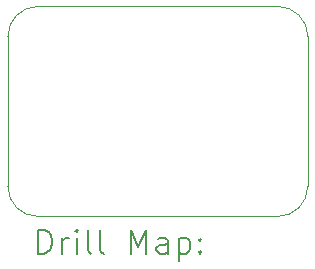
<source format=gbr>
%TF.GenerationSoftware,KiCad,Pcbnew,8.0.5*%
%TF.CreationDate,2024-11-09T14:32:33-07:00*%
%TF.ProjectId,Senior_Project_Schematic_Design,53656e69-6f72-45f5-9072-6f6a6563745f,rev?*%
%TF.SameCoordinates,Original*%
%TF.FileFunction,Drillmap*%
%TF.FilePolarity,Positive*%
%FSLAX45Y45*%
G04 Gerber Fmt 4.5, Leading zero omitted, Abs format (unit mm)*
G04 Created by KiCad (PCBNEW 8.0.5) date 2024-11-09 14:32:33*
%MOMM*%
%LPD*%
G01*
G04 APERTURE LIST*
%ADD10C,0.050000*%
%ADD11C,0.200000*%
G04 APERTURE END LIST*
D10*
X4365000Y-8280000D02*
X4365000Y-9550000D01*
X4619000Y-9804000D02*
X6651000Y-9804000D01*
X6651000Y-8026000D02*
X4619000Y-8026000D01*
X6905000Y-9550000D02*
X6905000Y-8280000D01*
X4365000Y-8280000D02*
G75*
G02*
X4619000Y-8026000I254000J0D01*
G01*
X4619000Y-9804000D02*
G75*
G02*
X4365000Y-9550000I0J254000D01*
G01*
X6651000Y-8026000D02*
G75*
G02*
X6905000Y-8280000I0J-254000D01*
G01*
X6905000Y-9550000D02*
G75*
G02*
X6651000Y-9804000I-254000J0D01*
G01*
D11*
X4623277Y-10117984D02*
X4623277Y-9917984D01*
X4623277Y-9917984D02*
X4670896Y-9917984D01*
X4670896Y-9917984D02*
X4699467Y-9927508D01*
X4699467Y-9927508D02*
X4718515Y-9946555D01*
X4718515Y-9946555D02*
X4728039Y-9965603D01*
X4728039Y-9965603D02*
X4737563Y-10003698D01*
X4737563Y-10003698D02*
X4737563Y-10032270D01*
X4737563Y-10032270D02*
X4728039Y-10070365D01*
X4728039Y-10070365D02*
X4718515Y-10089412D01*
X4718515Y-10089412D02*
X4699467Y-10108460D01*
X4699467Y-10108460D02*
X4670896Y-10117984D01*
X4670896Y-10117984D02*
X4623277Y-10117984D01*
X4823277Y-10117984D02*
X4823277Y-9984650D01*
X4823277Y-10022746D02*
X4832801Y-10003698D01*
X4832801Y-10003698D02*
X4842324Y-9994174D01*
X4842324Y-9994174D02*
X4861372Y-9984650D01*
X4861372Y-9984650D02*
X4880420Y-9984650D01*
X4947086Y-10117984D02*
X4947086Y-9984650D01*
X4947086Y-9917984D02*
X4937563Y-9927508D01*
X4937563Y-9927508D02*
X4947086Y-9937031D01*
X4947086Y-9937031D02*
X4956610Y-9927508D01*
X4956610Y-9927508D02*
X4947086Y-9917984D01*
X4947086Y-9917984D02*
X4947086Y-9937031D01*
X5070896Y-10117984D02*
X5051848Y-10108460D01*
X5051848Y-10108460D02*
X5042324Y-10089412D01*
X5042324Y-10089412D02*
X5042324Y-9917984D01*
X5175658Y-10117984D02*
X5156610Y-10108460D01*
X5156610Y-10108460D02*
X5147086Y-10089412D01*
X5147086Y-10089412D02*
X5147086Y-9917984D01*
X5404229Y-10117984D02*
X5404229Y-9917984D01*
X5404229Y-9917984D02*
X5470896Y-10060841D01*
X5470896Y-10060841D02*
X5537563Y-9917984D01*
X5537563Y-9917984D02*
X5537563Y-10117984D01*
X5718515Y-10117984D02*
X5718515Y-10013222D01*
X5718515Y-10013222D02*
X5708991Y-9994174D01*
X5708991Y-9994174D02*
X5689943Y-9984650D01*
X5689943Y-9984650D02*
X5651848Y-9984650D01*
X5651848Y-9984650D02*
X5632801Y-9994174D01*
X5718515Y-10108460D02*
X5699467Y-10117984D01*
X5699467Y-10117984D02*
X5651848Y-10117984D01*
X5651848Y-10117984D02*
X5632801Y-10108460D01*
X5632801Y-10108460D02*
X5623277Y-10089412D01*
X5623277Y-10089412D02*
X5623277Y-10070365D01*
X5623277Y-10070365D02*
X5632801Y-10051317D01*
X5632801Y-10051317D02*
X5651848Y-10041793D01*
X5651848Y-10041793D02*
X5699467Y-10041793D01*
X5699467Y-10041793D02*
X5718515Y-10032270D01*
X5813753Y-9984650D02*
X5813753Y-10184650D01*
X5813753Y-9994174D02*
X5832801Y-9984650D01*
X5832801Y-9984650D02*
X5870896Y-9984650D01*
X5870896Y-9984650D02*
X5889943Y-9994174D01*
X5889943Y-9994174D02*
X5899467Y-10003698D01*
X5899467Y-10003698D02*
X5908991Y-10022746D01*
X5908991Y-10022746D02*
X5908991Y-10079889D01*
X5908991Y-10079889D02*
X5899467Y-10098936D01*
X5899467Y-10098936D02*
X5889943Y-10108460D01*
X5889943Y-10108460D02*
X5870896Y-10117984D01*
X5870896Y-10117984D02*
X5832801Y-10117984D01*
X5832801Y-10117984D02*
X5813753Y-10108460D01*
X5994705Y-10098936D02*
X6004229Y-10108460D01*
X6004229Y-10108460D02*
X5994705Y-10117984D01*
X5994705Y-10117984D02*
X5985182Y-10108460D01*
X5985182Y-10108460D02*
X5994705Y-10098936D01*
X5994705Y-10098936D02*
X5994705Y-10117984D01*
X5994705Y-9994174D02*
X6004229Y-10003698D01*
X6004229Y-10003698D02*
X5994705Y-10013222D01*
X5994705Y-10013222D02*
X5985182Y-10003698D01*
X5985182Y-10003698D02*
X5994705Y-9994174D01*
X5994705Y-9994174D02*
X5994705Y-10013222D01*
M02*

</source>
